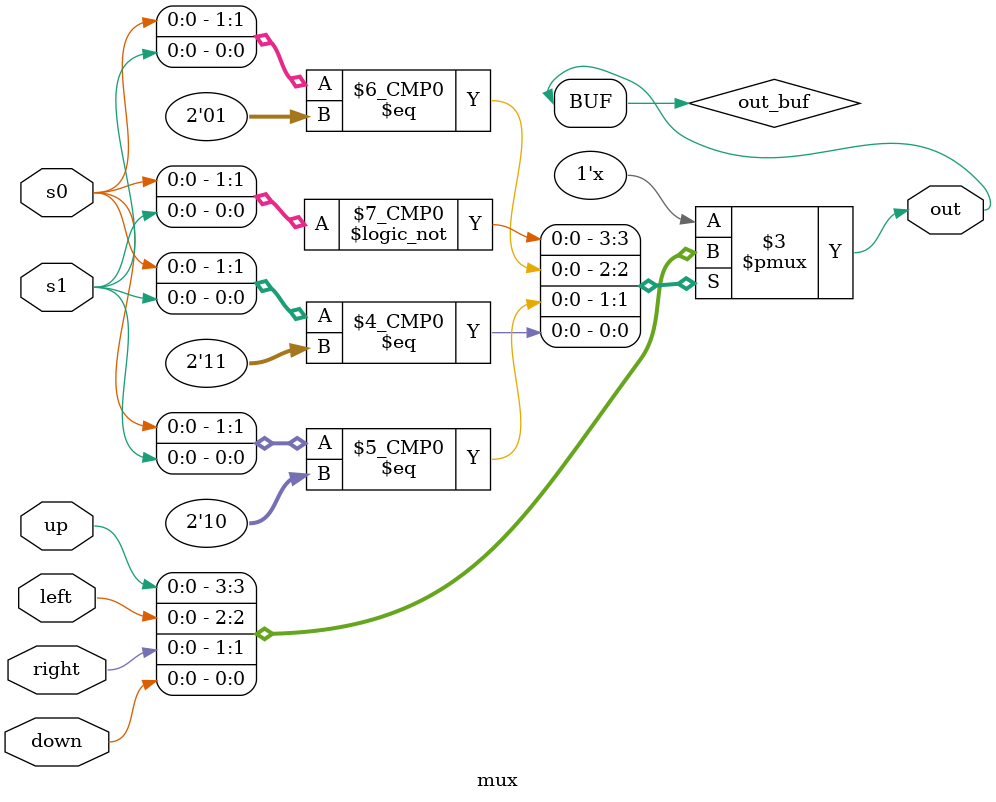
<source format=v>
`timescale 1ns / 1ps


module mux(

    input s0, s1, up, left, right, down,
    output out

    );
    
    // Structural
    
    
    // Dataflow

//    assign out = s1 ? (s0 ? down : right) : (s0 ? left : up); 
    
    
    // Behavioral
    
    reg out_buf = 0;
    assign out = out_buf;
    
    
    always @ (up or left or down or right or s0 or s1) 
    begin
        case ({s0, s1})
            2'b00: out_buf <= up;
            2'b01: out_buf <= left;
            2'b10: out_buf <= right;
            2'b11: out_buf <= down;
        endcase
    end


        
    
endmodule

</source>
